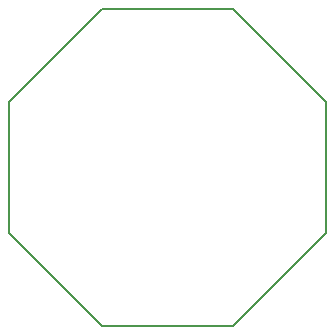
<source format=gbr>
G04 #@! TF.GenerationSoftware,KiCad,Pcbnew,(5.0.0)*
G04 #@! TF.CreationDate,2018-11-17T14:21:24+01:00*
G04 #@! TF.ProjectId,photoDiode_MDversion,70686F746F44696F64655F4D44766572,rev?*
G04 #@! TF.SameCoordinates,Original*
G04 #@! TF.FileFunction,Profile,NP*
%FSLAX46Y46*%
G04 Gerber Fmt 4.6, Leading zero omitted, Abs format (unit mm)*
G04 Created by KiCad (PCBNEW (5.0.0)) date 11/17/18 14:21:24*
%MOMM*%
%LPD*%
G01*
G04 APERTURE LIST*
%ADD10C,0.200000*%
G04 APERTURE END LIST*
D10*
X163396253Y-100548910D02*
X163396253Y-89451090D01*
X163396253Y-89451090D02*
X155548910Y-81603747D01*
X136603747Y-100548910D02*
X144451090Y-108396253D01*
X144451090Y-81603747D02*
X136603747Y-89451090D01*
X155548910Y-81603747D02*
X144451090Y-81603747D01*
X144451090Y-108396253D02*
X155548910Y-108396253D01*
X155548910Y-108396253D02*
X163396253Y-100548910D01*
X136603747Y-89451090D02*
X136603747Y-100548910D01*
M02*

</source>
